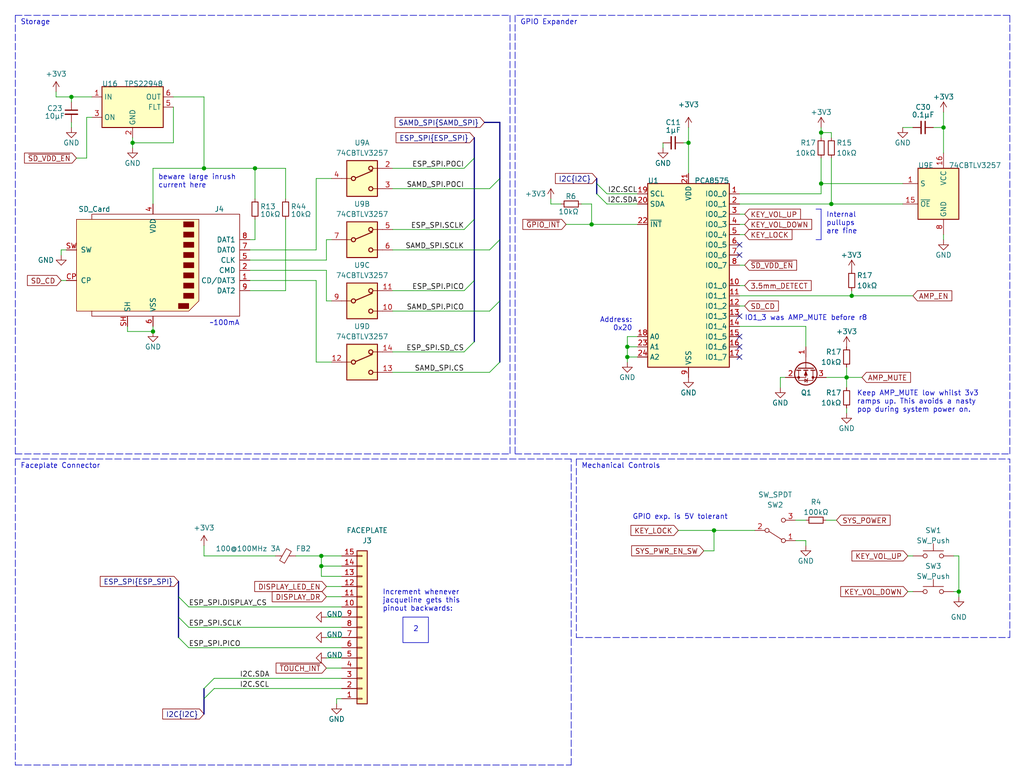
<source format=kicad_sch>
(kicad_sch (version 20230121) (generator eeschema)
  (paper "User" 254.991 194.996)
  (title_block (title "TANGARA") (date "2023-12-21") (rev "4") (company "made by jacqueline") (comment 1 "SPDX-License-Identifier: CERN-OHL-S-2.0"))
  (lib_symbols
    (symbol "74xx:74CBTLV3257"
      (property "Reference" "U" (at 17.78 1.27 0))
      (property "Value" "74CBTLV3257" (at 15.24 -1.27 0))
      (symbol "74CBTLV3257_1_1"
        (rectangle (start -3.81 4.445) (end 3.81 -4.445) (stroke (width 0.254)) (fill (type background)))
        (circle (center -2.159 0) (radius 0.508) (stroke (width 0.254)))
        (polyline (pts (xy -5.08 0) (xy -2.794 0)))
        (polyline (pts (xy -1.651 0.127) (xy 2.54 1.905)) (stroke (width 0.254)))
        (polyline (pts (xy 5.08 -2.54) (xy 2.794 -2.54)))
        (polyline (pts (xy 5.08 2.54) (xy 2.794 2.54)))
        (circle (center 2.159 -2.54) (radius 0.508) (stroke (width 0.254)))
        (circle (center 2.159 2.54) (radius 0.508) (stroke (width 0.254)))
        (pin passive line (at 7.62 2.54 180) (length 2.54) (name "~") (number "2"))
        (pin passive line (at 7.62 -2.54 180) (length 2.54) (name "~") (number "3"))
        (pin passive line (at -7.62 0 0) (length 2.54) (name "~") (number "4"))
      )
      (symbol "74CBTLV3257_2_1"
        (rectangle (start -3.81 4.445) (end 3.81 -4.445) (stroke (width 0.254)) (fill (type background)))
        (circle (center -2.159 0) (radius 0.508) (stroke (width 0.254)))
        (polyline (pts (xy -5.08 0) (xy -2.794 0)))
        (polyline (pts (xy -1.651 0.127) (xy 2.54 1.905)) (stroke (width 0.254)))
        (polyline (pts (xy 5.08 -2.54) (xy 2.794 -2.54)))
        (polyline (pts (xy 5.08 2.54) (xy 2.794 2.54)))
        (circle (center 2.159 -2.54) (radius 0.508) (stroke (width 0.254)))
        (circle (center 2.159 2.54) (radius 0.508) (stroke (width 0.254)))
        (pin passive line (at 7.62 2.54 180) (length 2.54) (name "~") (number "5"))
        (pin passive line (at 7.62 -2.54 180) (length 2.54) (name "~") (number "6"))
        (pin passive line (at -7.62 0 0) (length 2.54) (name "~") (number "7"))
      )
      (symbol "74CBTLV3257_3_1"
        (rectangle (start -3.81 4.445) (end 3.81 -4.445) (stroke (width 0.254)) (fill (type background)))
        (circle (center -2.159 0) (radius 0.508) (stroke (width 0.254)))
        (polyline (pts (xy -5.08 0) (xy -2.794 0)))
        (polyline (pts (xy -1.651 0.127) (xy 2.54 1.905)) (stroke (width 0.254)))
        (polyline (pts (xy 5.08 -2.54) (xy 2.794 -2.54)))
        (polyline (pts (xy 5.08 2.54) (xy 2.794 2.54)))
        (circle (center 2.159 -2.54) (radius 0.508) (stroke (width 0.254)))
        (circle (center 2.159 2.54) (radius 0.508) (stroke (width 0.254)))
        (pin passive line (at 7.62 -2.54 180) (length 2.54) (name "~") (number "10"))
        (pin passive line (at 7.62 2.54 180) (length 2.54) (name "~") (number "11"))
        (pin passive line (at -7.62 0 0) (length 2.54) (name "~") (number "9"))
      )
      (symbol "74CBTLV3257_4_1"
        (rectangle (start -3.81 4.445) (end 3.81 -4.445) (stroke (width 0.254)) (fill (type background)))
        (circle (center -2.159 0) (radius 0.508) (stroke (width 0.254)))
        (polyline (pts (xy -5.08 0) (xy -2.794 0)))
        (polyline (pts (xy -1.651 0.127) (xy 2.54 1.905)) (stroke (width 0.254)))
        (polyline (pts (xy 5.08 -2.54) (xy 2.794 -2.54)))
        (polyline (pts (xy 5.08 2.54) (xy 2.794 2.54)))
        (circle (center 2.159 -2.54) (radius 0.508) (stroke (width 0.254)))
        (circle (center 2.159 2.54) (radius 0.508) (stroke (width 0.254)))
        (pin passive line (at -7.62 0 0) (length 2.54) (name "~") (number "12"))
        (pin passive line (at 7.62 -2.54 180) (length 2.54) (name "~") (number "13"))
        (pin passive line (at 7.62 2.54 180) (length 2.54) (name "~") (number "14"))
      )
      (symbol "74CBTLV3257_5_1"
        (rectangle (start 3.81 6.35) (end -6.35 -6.35) (stroke (width 0.254)) (fill (type background)))
        (pin input line (at -10.16 2.54 0) (length 3.81) (name "S") (number "1"))
        (pin input line (at -10.16 -2.54 0) (length 3.81) (name "~{OE}") (number "15"))
        (pin power_in line (at 0 10.16 270) (length 3.81) (name "VCC") (number "16"))
        (pin power_in line (at 0 -10.16 90) (length 3.81) (name "GND") (number "8"))
      )
    )
    (symbol "Connector_Generic:Conn_01x15" (pin_names (offset 1.016) hide)
      (property "Reference" "J" (at 0 20.32 0))
      (property "Value" "Conn_01x15" (at 0 -20.32 0))
      (symbol "Conn_01x15_1_1"
        (rectangle (start -1.27 -17.653) (end 0 -17.907) (stroke (width 0.1524)))
        (rectangle (start -1.27 -15.113) (end 0 -15.367) (stroke (width 0.1524)))
        (rectangle (start -1.27 -12.573) (end 0 -12.827) (stroke (width 0.1524)))
        (rectangle (start -1.27 -10.033) (end 0 -10.287) (stroke (width 0.1524)))
        (rectangle (start -1.27 -7.493) (end 0 -7.747) (stroke (width 0.1524)))
        (rectangle (start -1.27 -4.953) (end 0 -5.207) (stroke (width 0.1524)))
        (rectangle (start -1.27 -2.413) (end 0 -2.667) (stroke (width 0.1524)))
        (rectangle (start -1.27 0.127) (end 0 -0.127) (stroke (width 0.1524)))
        (rectangle (start -1.27 2.667) (end 0 2.413) (stroke (width 0.1524)))
        (rectangle (start -1.27 5.207) (end 0 4.953) (stroke (width 0.1524)))
        (rectangle (start -1.27 7.747) (end 0 7.493) (stroke (width 0.1524)))
        (rectangle (start -1.27 10.287) (end 0 10.033) (stroke (width 0.1524)))
        (rectangle (start -1.27 12.827) (end 0 12.573) (stroke (width 0.1524)))
        (rectangle (start -1.27 15.367) (end 0 15.113) (stroke (width 0.1524)))
        (rectangle (start -1.27 17.907) (end 0 17.653) (stroke (width 0.1524)))
        (rectangle (start -1.27 19.05) (end 1.27 -19.05) (stroke (width 0.254)) (fill (type background)))
        (pin passive line (at -5.08 17.78 0) (length 3.81) (name "Pin_1") (number "1"))
        (pin passive line (at -5.08 -5.08 0) (length 3.81) (name "Pin_10") (number "10"))
        (pin passive line (at -5.08 -7.62 0) (length 3.81) (name "Pin_11") (number "11"))
        (pin passive line (at -5.08 -10.16 0) (length 3.81) (name "Pin_12") (number "12"))
        (pin passive line (at -5.08 -12.7 0) (length 3.81) (name "Pin_13") (number "13"))
        (pin passive line (at -5.08 -15.24 0) (length 3.81) (name "Pin_14") (number "14"))
        (pin passive line (at -5.08 -17.78 0) (length 3.81) (name "Pin_15") (number "15"))
        (pin passive line (at -5.08 15.24 0) (length 3.81) (name "Pin_2") (number "2"))
        (pin passive line (at -5.08 12.7 0) (length 3.81) (name "Pin_3") (number "3"))
        (pin passive line (at -5.08 10.16 0) (length 3.81) (name "Pin_4") (number "4"))
        (pin passive line (at -5.08 7.62 0) (length 3.81) (name "Pin_5") (number "5"))
        (pin passive line (at -5.08 5.08 0) (length 3.81) (name "Pin_6") (number "6"))
        (pin passive line (at -5.08 2.54 0) (length 3.81) (name "Pin_7") (number "7"))
        (pin passive line (at -5.08 0 0) (length 3.81) (name "Pin_8") (number "8"))
        (pin passive line (at -5.08 -2.54 0) (length 3.81) (name "Pin_9") (number "9"))
      )
    )
    (symbol "Device:C_Small" (pin_numbers hide) (pin_names (offset 0.254) hide)
      (property "Reference" "C" (at 0.254 1.778 0))
      (property "Value" "C_Small" (at 0.254 -2.032 0))
      (symbol "C_Small_0_1"
        (polyline (pts (xy -1.524 -0.508) (xy 1.524 -0.508)) (stroke (width 0.3302)))
        (polyline (pts (xy -1.524 0.508) (xy 1.524 0.508)) (stroke (width 0.3048)))
      )
      (symbol "C_Small_1_1"
        (pin passive line (at 0 2.54 270) (length 2.032) (name "~") (number "1"))
        (pin passive line (at 0 -2.54 90) (length 2.032) (name "~") (number "2"))
      )
    )
    (symbol "Device:Ferrite_Bead_Small" (pin_numbers hide) (pin_names (offset 0))
      (property "Reference" "FB" (at 1.905 1.27 0))
      (property "Value" "Device_Ferrite_Bead_Small" (at 1.905 -1.27 0))
      (symbol "Ferrite_Bead_Small_0_1"
        (polyline (pts (xy 0 -1.27) (xy 0 -0.7874)))
        (polyline (pts (xy 0 0.889) (xy 0 1.2954)))
        (polyline (pts (xy -1.8288 0.2794) (xy -1.1176 1.4986) (xy 1.8288 -0.2032) (xy 1.1176 -1.4224) (xy -1.8288 0.2794)))
      )
      (symbol "Ferrite_Bead_Small_1_1"
        (pin passive line (at 0 2.54 270) (length 1.27) (name "~") (number "1"))
        (pin passive line (at 0 -2.54 90) (length 1.27) (name "~") (number "2"))
      )
    )
    (symbol "Device:Q_NMOS_GSD" (pin_names (offset 0) hide)
      (property "Reference" "Q" (at 5.08 1.27 0))
      (property "Value" "Q_NMOS_GSD" (at 5.08 -1.27 0))
      (symbol "Q_NMOS_GSD_0_1"
        (polyline (pts (xy 0.254 0) (xy -2.54 0)))
        (polyline (pts (xy 0.254 1.905) (xy 0.254 -1.905)) (stroke (width 0.254)))
        (polyline (pts (xy 0.762 -1.27) (xy 0.762 -2.286)) (stroke (width 0.254)))
        (polyline (pts (xy 0.762 0.508) (xy 0.762 -0.508)) (stroke (width 0.254)))
        (polyline (pts (xy 0.762 2.286) (xy 0.762 1.27)) (stroke (width 0.254)))
        (polyline (pts (xy 2.54 2.54) (xy 2.54 1.778)))
        (polyline (pts (xy 2.54 -2.54) (xy 2.54 0) (xy 0.762 0)))
        (polyline (pts (xy 0.762 -1.778) (xy 3.302 -1.778) (xy 3.302 1.778) (xy 0.762 1.778)))
        (polyline (pts (xy 1.016 0) (xy 2.032 0.381) (xy 2.032 -0.381) (xy 1.016 0)) (fill (type outline)))
        (polyline (pts (xy 2.794 0.508) (xy 2.921 0.381) (xy 3.683 0.381) (xy 3.81 0.254)))
        (polyline (pts (xy 3.302 0.381) (xy 2.921 -0.254) (xy 3.683 -0.254) (xy 3.302 0.381)))
        (circle (center 1.651 0) (radius 2.794) (stroke (width 0.254)))
        (circle (center 2.54 -1.778) (radius 0.254) (fill (type outline)))
        (circle (center 2.54 1.778) (radius 0.254) (fill (type outline)))
      )
      (symbol "Q_NMOS_GSD_1_1"
        (pin input line (at -5.08 0 0) (length 2.54) (name "G") (number "1"))
        (pin passive line (at 2.54 -5.08 90) (length 2.54) (name "S") (number "2"))
        (pin passive line (at 2.54 5.08 270) (length 2.54) (name "D") (number "3"))
      )
    )
    (symbol "Device:R_Small" (pin_numbers hide) (pin_names (offset 0.254) hide)
      (property "Reference" "R" (at 0.762 0.508 0))
      (property "Value" "R_Small" (at 0.762 -1.016 0))
      (symbol "R_Small_0_1"
        (rectangle (start -0.762 1.778) (end 0.762 -1.778) (stroke (width 0.2032)))
      )
      (symbol "R_Small_1_1"
        (pin passive line (at 0 2.54 270) (length 0.762) (name "~") (number "1"))
        (pin passive line (at 0 -2.54 90) (length 0.762) (name "~") (number "2"))
      )
    )
    (symbol "Switch:SW_Push" (pin_numbers hide) (pin_names (offset 1.016) hide)
      (property "Reference" "SW" (at 1.27 2.54 0))
      (property "Value" "SW_Push" (at 0 -1.524 0))
      (symbol "SW_Push_0_1"
        (circle (center -2.032 0) (radius 0.508))
        (polyline (pts (xy 0 1.27) (xy 0 3.048)))
        (polyline (pts (xy 2.54 1.27) (xy -2.54 1.27)))
        (circle (center 2.032 0) (radius 0.508))
        (pin passive line (at -5.08 0 0) (length 2.54) (name "1") (number "1"))
        (pin passive line (at 5.08 0 180) (length 2.54) (name "2") (number "2"))
      )
    )
    (symbol "Switch:SW_SPDT" (pin_names (offset 0) hide)
      (property "Reference" "SW" (at 0 4.318 0))
      (property "Value" "SW_SPDT" (at 0 -5.08 0))
      (symbol "SW_SPDT_0_0"
        (circle (center -2.032 0) (radius 0.508))
        (circle (center 2.032 -2.54) (radius 0.508))
      )
      (symbol "SW_SPDT_0_1"
        (polyline (pts (xy -1.524 0.254) (xy 1.651 2.286)))
        (circle (center 2.032 2.54) (radius 0.508))
      )
      (symbol "SW_SPDT_1_1"
        (pin passive line (at 5.08 2.54 180) (length 2.54) (name "A") (number "1"))
        (pin passive line (at -5.08 0 0) (length 2.54) (name "B") (number "2"))
        (pin passive line (at 5.08 -2.54 180) (length 2.54) (name "C") (number "3"))
      )
    )
    (symbol "power:+3V3" (power) (pin_names (offset 0))
      (property "Value" "+3V3" (at 0 3.556 0))
      (symbol "+3V3_0_1"
        (polyline (pts (xy -0.762 1.27) (xy 0 2.54)))
        (polyline (pts (xy 0 0) (xy 0 2.54)))
        (polyline (pts (xy 0 2.54) (xy 0.762 1.27)))
      )
      (symbol "+3V3_1_1"
        (pin power_in line (at 0 0 90) (length 0) hide (name "+3V3") (number "1"))
      )
    )
    (symbol "power:GND" (power) (pin_names (offset 0))
      (property "Value" "GND" (at 0 -3.81 0))
      (symbol "GND_0_1"
        (polyline (pts (xy 0 0) (xy 0 -1.27) (xy 1.27 -1.27) (xy 0 -2.54) (xy -1.27 -1.27) (xy 0 -1.27)))
      )
      (symbol "GND_1_1"
        (pin power_in line (at 0 0 270) (length 0) hide (name "GND") (number "1"))
      )
    )
    (symbol "symbols:PCA8575BS"
      (property "Reference" "U" (at -8.89 24.13 0))
      (property "Value" "PCA8575BS" (at 6.35 24.13 0))
      (symbol "PCA8575BS_0_1"
        (rectangle (start -10.16 22.86) (end 10.16 -22.86) (stroke (width 0.254)) (fill (type background)))
      )
      (symbol "PCA8575BS_1_0"
        (pin power_in line (at 0 -25.4 90) (length 2.54) hide (name "EP") (number "25"))
      )
      (symbol "PCA8575BS_1_1"
        (pin bidirectional line (at 12.7 20.32 180) (length 2.54) (name "IO0_0") (number "1"))
        (pin bidirectional line (at 12.7 -2.54 180) (length 2.54) (name "IO1_0") (number "10"))
        (pin bidirectional line (at 12.7 -5.08 180) (length 2.54) (name "IO1_1") (number "11"))
        (pin bidirectional line (at 12.7 -7.62 180) (length 2.54) (name "IO1_2") (number "12"))
        (pin bidirectional line (at 12.7 -10.16 180) (length 2.54) (name "IO1_3") (number "13"))
        (pin bidirectional line (at 12.7 -12.7 180) (length 2.54) (name "IO1_4") (number "14"))
        (pin bidirectional line (at 12.7 -15.24 180) (length 2.54) (name "IO1_5") (number "15"))
        (pin bidirectional line (at 12.7 -17.78 180) (length 2.54) (name "IO1_6") (number "16"))
        (pin bidirectional line (at 12.7 -20.32 180) (length 2.54) (name "IO1_7") (number "17"))
        (pin input line (at -12.7 -15.24 0) (length 2.54) (name "A0") (number "18"))
        (pin input line (at -12.7 20.32 0) (length 2.54) (name "SCL") (number "19"))
        (pin bidirectional line (at 12.7 17.78 180) (length 2.54) (name "IO0_1") (number "2"))
        (pin bidirectional line (at -12.7 17.78 0) (length 2.54) (name "SDA") (number "20"))
        (pin power_in line (at 0 25.4 270) (length 2.54) (name "VDD") (number "21"))
        (pin open_collector line (at -12.7 12.7 0) (length 2.54) (name "~{INT}") (number "22"))
        (pin input line (at -12.7 -17.78 0) (length 2.54) (name "A1") (number "23"))
        (pin input line (at -12.7 -20.32 0) (length 2.54) (name "A2") (number "24"))
        (pin bidirectional line (at 12.7 15.24 180) (length 2.54) (name "IO0_2") (number "3"))
        (pin bidirectional line (at 12.7 12.7 180) (length 2.54) (name "IO0_3") (number "4"))
        (pin bidirectional line (at 12.7 10.16 180) (length 2.54) (name "IO0_4") (number "5"))
        (pin bidirectional line (at 12.7 7.62 180) (length 2.54) (name "IO0_5") (number "6"))
        (pin bidirectional line (at 12.7 5.08 180) (length 2.54) (name "IO0_6") (number "7"))
        (pin bidirectional line (at 12.7 2.54 180) (length 2.54) (name "IO0_7") (number "8"))
        (pin power_in line (at 0 -25.4 90) (length 2.54) (name "VSS") (number "9"))
      )
    )
    (symbol "symbols:SD_Card" (pin_names (offset 1.016))
      (property "Reference" "J" (at -16.51 13.97 0))
      (property "Value" "SD_Card" (at 15.24 -13.97 0))
      (symbol "SD_Card_0_1"
        (rectangle (start -8.89 -9.525) (end -6.35 -10.795) (fill (type outline)))
        (rectangle (start -8.89 -6.985) (end -6.35 -8.255) (fill (type outline)))
        (rectangle (start -8.89 -4.445) (end -6.35 -5.715) (fill (type outline)))
        (rectangle (start -8.89 -1.905) (end -6.35 -3.175) (fill (type outline)))
        (rectangle (start -8.89 0.635) (end -6.35 -0.635) (fill (type outline)))
        (rectangle (start -8.89 3.175) (end -6.35 1.905) (fill (type outline)))
        (rectangle (start -8.89 5.715) (end -6.35 4.445) (fill (type outline)))
        (rectangle (start -8.89 8.255) (end -6.35 6.985) (fill (type outline)))
        (rectangle (start -7.62 10.795) (end -5.08 9.525) (fill (type outline)))
        (polyline (pts (xy -10.16 8.89) (xy -7.62 11.43) (xy 20.32 11.43) (xy 20.32 -11.43) (xy -10.16 -11.43) (xy -10.16 8.89)) (fill (type background)))
        (polyline (pts (xy 16.51 11.43) (xy 16.51 12.7) (xy -20.32 12.7) (xy -20.32 -12.7) (xy 16.51 -12.7) (xy 16.51 -11.43)))
      )
      (symbol "SD_Card_1_1"
        (pin input line (at -22.86 3.81 0) (length 2.54) (name "CD/DAT3") (number "1"))
        (pin input line (at -22.86 1.27 0) (length 2.54) (name "CMD") (number "2"))
        (pin power_in line (at 1.27 15.24 270) (length 2.54) hide (name "VSS") (number "3"))
        (pin power_in line (at 1.27 -15.24 90) (length 2.54) (name "VDD") (number "4"))
        (pin input line (at -22.86 -1.27 0) (length 2.54) (name "CLK") (number "5"))
        (pin power_in line (at 1.27 15.24 270) (length 2.54) (name "VSS") (number "6"))
        (pin input line (at -22.86 -3.81 0) (length 2.54) (name "DAT0") (number "7"))
        (pin input line (at -22.86 -6.35 0) (length 2.54) (name "DAT1") (number "8"))
        (pin input line (at -22.86 6.35 0) (length 2.54) (name "DAT2") (number "9"))
        (pin input line (at 22.86 3.81 180) (length 2.54) (name "CP") (number "CP"))
        (pin input line (at 7.62 15.24 270) (length 2.54) (name "SH") (number "SH"))
        (pin input line (at 22.86 -3.81 180) (length 2.54) (name "SW") (number "SW"))
      )
    )
    (symbol "symbols:TPS22917DBV"
      (property "Reference" "U" (at -6.35 6.35 0))
      (property "Value" "TPS22948" (at 2.54 6.35 0))
      (symbol "TPS22917DBV_0_1"
        (rectangle (start -7.62 5.08) (end 7.62 -5.08) (stroke (width 0.254)) (fill (type background)))
      )
      (symbol "TPS22917DBV_1_1"
        (pin power_in line (at -10.16 2.54 0) (length 2.54) (name "IN") (number "1"))
        (pin power_in line (at 0 -7.62 90) (length 2.54) (name "GND") (number "2"))
        (pin input line (at -10.16 -2.54 0) (length 2.54) (name "ON") (number "3"))
        (pin no_connect line (at -7.62 0 0) (length 2.54) hide (name "NC") (number "4"))
        (pin open_collector line (at 10.16 0 180) (length 2.54) (name "FLT") (number "5"))
        (pin power_out line (at 10.16 2.54 180) (length 2.54) (name "OUT") (number "6"))
      )
    )
  )
  (junction (at 156.21 88.9))
  (junction (at 80.01 140.97))
  (junction (at 212.09 73.66))
  (junction (at 33.02 35.56))
  (junction (at 210.82 93.98))
  (junction (at 50.8 41.91))
  (junction (at 38.1 82.55))
  (junction (at 204.47 45.72))
  (junction (at 234.95 31.75))
  (junction (at 207.01 50.8))
  (junction (at 204.47 33.02))
  (junction (at 80.01 138.43))
  (junction (at 238.76 147.32))
  (junction (at 17.78 24.13))
  (junction (at 171.45 35.56))
  (junction (at 156.21 86.36))
  (junction (at 177.8 132.08))
  (junction (at 63.5 41.91))
  (junction (at 147.32 55.88))
  (no_connect (at 184.15 78.74))
  (no_connect (at 184.15 83.82))
  (no_connect (at 184.15 88.9))
  (no_connect (at 184.15 60.96))
  (no_connect (at 184.15 86.36))
  (no_connect (at 184.15 63.5))
  (bus_entry (at 148.59 45.72) (size 2.54 2.54))
  (bus_entry (at 115.57 72.39) (size 2.54 -2.54))
  (bus_entry (at 115.57 87.63) (size 2.54 -2.54))
  (bus_entry (at 115.57 41.91) (size 2.54 -2.54))
  (bus_entry (at 115.57 57.15) (size 2.54 -2.54))
  (bus_entry (at 148.59 48.26) (size 2.54 2.54))
  (bus_entry (at 121.92 46.99) (size 2.54 -2.54))
  (bus_entry (at 121.92 77.47) (size 2.54 -2.54))
  (bus_entry (at 46.99 156.21) (size -2.54 -2.54))
  (bus_entry (at 121.92 62.23) (size 2.54 -2.54))
  (bus_entry (at 46.99 161.29) (size -2.54 -2.54))
  (bus_entry (at 50.8 171.45) (size 2.54 -2.54))
  (bus_entry (at 50.8 173.99) (size 2.54 -2.54))
  (bus_entry (at 121.92 92.71) (size 2.54 -2.54))
  (bus_entry (at 46.99 151.13) (size -2.54 -2.54))
  (wire (pts (xy 156.21 86.36) (xy 156.21 88.9)))
  (wire (pts (xy 156.21 88.9) (xy 156.21 90.17)))
  (bus (pts (xy 44.45 148.59) (xy 44.45 153.67)))
  (wire (pts (xy 238.76 138.43) (xy 238.76 147.32)))
  (wire (pts (xy 46.99 151.13) (xy 85.09 151.13)))
  (polyline (pts (xy 3.81 3.81) (xy 127 3.81)) (stroke (width 0) (type dash)))
  (polyline (pts (xy 143.51 114.3) (xy 143.51 158.75)) (stroke (width 0) (type dash)))
  (wire (pts (xy 73.66 138.43) (xy 80.01 138.43)))
  (wire (pts (xy 175.26 137.16) (xy 177.8 137.16)))
  (wire (pts (xy 204.47 39.37) (xy 204.47 45.72)))
  (bus (pts (xy 120.65 30.48) (xy 124.46 30.48)))
  (polyline (pts (xy 204.47 59.69) (xy 204.47 52.07)))
  (wire (pts (xy 81.28 166.37) (xy 85.09 166.37)))
  (wire (pts (xy 83.82 173.99) (xy 85.09 173.99)))
  (wire (pts (xy 207.01 50.8) (xy 224.79 50.8)))
  (wire (pts (xy 38.1 82.55) (xy 38.1 81.28)))
  (wire (pts (xy 234.95 27.94) (xy 234.95 31.75)))
  (wire (pts (xy 171.45 31.75) (xy 171.45 35.56)))
  (wire (pts (xy 78.74 44.45) (xy 78.74 62.23)))
  (wire (pts (xy 43.18 35.56) (xy 33.02 35.56)))
  (wire (pts (xy 43.18 24.13) (xy 50.8 24.13)))
  (wire (pts (xy 81.28 148.59) (xy 85.09 148.59)))
  (wire (pts (xy 147.32 50.8) (xy 147.32 55.88)))
  (wire (pts (xy 63.5 41.91) (xy 71.12 41.91)))
  (wire (pts (xy 210.82 93.98) (xy 210.82 96.52)))
  (bus (pts (xy 118.11 39.37) (xy 118.11 54.61)))
  (wire (pts (xy 237.49 147.32) (xy 238.76 147.32)))
  (wire (pts (xy 204.47 48.26) (xy 204.47 45.72)))
  (wire (pts (xy 17.78 30.48) (xy 17.78 31.75)))
  (wire (pts (xy 144.78 50.8) (xy 147.32 50.8)))
  (polyline (pts (xy 143.51 114.3) (xy 251.46 114.3)) (stroke (width 0) (type dash)))
  (wire (pts (xy 184.15 55.88) (xy 185.42 55.88)))
  (wire (pts (xy 21.59 29.21) (xy 21.59 39.37)))
  (wire (pts (xy 140.97 55.88) (xy 147.32 55.88)))
  (wire (pts (xy 184.15 50.8) (xy 207.01 50.8)))
  (wire (pts (xy 194.31 93.98) (xy 194.31 96.52)))
  (wire (pts (xy 81.28 67.31) (xy 81.28 74.93)))
  (polyline (pts (xy 128.27 3.81) (xy 128.27 113.03)) (stroke (width 0) (type dash)))
  (wire (pts (xy 83.82 175.26) (xy 83.82 173.99)))
  (bus (pts (xy 44.45 153.67) (xy 44.45 158.75)))
  (wire (pts (xy 151.13 50.8) (xy 158.75 50.8)))
  (wire (pts (xy 17.78 24.13) (xy 17.78 25.4)))
  (wire (pts (xy 78.74 69.85) (xy 78.74 90.17)))
  (wire (pts (xy 212.09 73.66) (xy 227.33 73.66)))
  (wire (pts (xy 31.75 81.28) (xy 31.75 82.55)))
  (wire (pts (xy 97.79 92.71) (xy 121.92 92.71)))
  (wire (pts (xy 137.16 50.8) (xy 139.7 50.8)))
  (wire (pts (xy 62.23 62.23) (xy 78.74 62.23)))
  (wire (pts (xy 205.74 93.98) (xy 210.82 93.98)))
  (wire (pts (xy 15.24 62.23) (xy 15.24 63.5)))
  (polyline (pts (xy 128.27 113.03) (xy 251.46 113.03)) (stroke (width 0) (type dash)))
  (wire (pts (xy 33.02 34.29) (xy 33.02 35.56)))
  (bus (pts (xy 118.11 69.85) (xy 118.11 85.09)))
  (wire (pts (xy 158.75 86.36) (xy 156.21 86.36)))
  (wire (pts (xy 50.8 24.13) (xy 50.8 41.91)))
  (wire (pts (xy 158.75 83.82) (xy 156.21 83.82)))
  (wire (pts (xy 237.49 138.43) (xy 238.76 138.43)))
  (wire (pts (xy 170.18 35.56) (xy 171.45 35.56)))
  (bus (pts (xy 124.46 30.48) (xy 124.46 44.45)))
  (wire (pts (xy 81.28 74.93) (xy 82.55 74.93)))
  (wire (pts (xy 50.8 135.89) (xy 50.8 138.43)))
  (wire (pts (xy 200.66 81.28) (xy 200.66 86.36)))
  (bus (pts (xy 148.59 44.45) (xy 148.59 45.72)))
  (wire (pts (xy 78.74 90.17) (xy 82.55 90.17)))
  (wire (pts (xy 19.05 39.37) (xy 21.59 39.37)))
  (wire (pts (xy 50.8 41.91) (xy 63.5 41.91)))
  (polyline (pts (xy 251.46 158.75) (xy 251.46 114.3)) (stroke (width 0) (type dash)))
  (wire (pts (xy 200.66 81.28) (xy 184.15 81.28)))
  (wire (pts (xy 185.42 66.04) (xy 184.15 66.04)))
  (wire (pts (xy 224.79 31.75) (xy 227.33 31.75)))
  (wire (pts (xy 63.5 41.91) (xy 63.5 49.53)))
  (wire (pts (xy 184.15 53.34) (xy 185.42 53.34)))
  (wire (pts (xy 81.28 64.77) (xy 81.28 59.69)))
  (wire (pts (xy 46.99 161.29) (xy 85.09 161.29)))
  (wire (pts (xy 204.47 45.72) (xy 224.79 45.72)))
  (wire (pts (xy 184.15 48.26) (xy 204.47 48.26)))
  (wire (pts (xy 97.79 87.63) (xy 115.57 87.63)))
  (wire (pts (xy 43.18 26.67) (xy 43.18 35.56)))
  (wire (pts (xy 46.99 156.21) (xy 85.09 156.21)))
  (wire (pts (xy 204.47 33.02) (xy 204.47 34.29)))
  (polyline (pts (xy 3.81 190.5) (xy 142.24 190.5)) (stroke (width 0) (type dash)))
  (wire (pts (xy 80.01 138.43) (xy 85.09 138.43)))
  (wire (pts (xy 147.32 55.88) (xy 158.75 55.88)))
  (wire (pts (xy 97.79 72.39) (xy 115.57 72.39)))
  (wire (pts (xy 97.79 46.99) (xy 121.92 46.99)))
  (wire (pts (xy 195.58 93.98) (xy 194.31 93.98)))
  (wire (pts (xy 53.34 171.45) (xy 85.09 171.45)))
  (bus (pts (xy 148.59 45.72) (xy 148.59 48.26)))
  (wire (pts (xy 81.28 163.83) (xy 85.09 163.83)))
  (wire (pts (xy 165.1 35.56) (xy 165.1 36.83)))
  (wire (pts (xy 210.82 102.87) (xy 210.82 101.6)))
  (wire (pts (xy 137.16 49.53) (xy 137.16 50.8)))
  (wire (pts (xy 71.12 49.53) (xy 71.12 41.91)))
  (wire (pts (xy 185.42 71.12) (xy 184.15 71.12)))
  (wire (pts (xy 81.28 153.67) (xy 85.09 153.67)))
  (wire (pts (xy 200.66 135.89) (xy 200.66 134.62)))
  (polyline (pts (xy 3.81 113.03) (xy 127 113.03)) (stroke (width 0) (type dash)))
  (bus (pts (xy 124.46 59.69) (xy 124.46 74.93)))
  (wire (pts (xy 212.09 72.39) (xy 212.09 73.66)))
  (polyline (pts (xy 142.24 190.5) (xy 142.24 114.3)) (stroke (width 0) (type dash)))
  (wire (pts (xy 80.01 143.51) (xy 80.01 140.97)))
  (wire (pts (xy 234.95 31.75) (xy 234.95 38.1)))
  (wire (pts (xy 168.91 132.08) (xy 177.8 132.08)))
  (polyline (pts (xy 3.81 113.03) (xy 3.81 3.81)) (stroke (width 0) (type dash)))
  (wire (pts (xy 85.09 140.97) (xy 80.01 140.97)))
  (polyline (pts (xy 143.51 158.75) (xy 251.46 158.75)) (stroke (width 0) (type dash)))
  (wire (pts (xy 234.95 59.69) (xy 234.95 58.42)))
  (wire (pts (xy 33.02 36.83) (xy 33.02 35.56)))
  (wire (pts (xy 97.79 77.47) (xy 121.92 77.47)))
  (polyline (pts (xy 3.81 114.3) (xy 3.81 190.5)) (stroke (width 0) (type dash)))
  (bus (pts (xy 118.11 34.29) (xy 118.11 39.37)))
  (wire (pts (xy 53.34 168.91) (xy 85.09 168.91)))
  (wire (pts (xy 38.1 50.8) (xy 38.1 41.91)))
  (wire (pts (xy 13.97 24.13) (xy 17.78 24.13)))
  (wire (pts (xy 97.79 62.23) (xy 121.92 62.23)))
  (polyline (pts (xy 142.24 114.3) (xy 3.81 114.3)) (stroke (width 0) (type dash)))
  (wire (pts (xy 177.8 132.08) (xy 177.8 137.16)))
  (wire (pts (xy 63.5 54.61) (xy 63.5 59.69)))
  (wire (pts (xy 200.66 134.62) (xy 198.12 134.62)))
  (wire (pts (xy 171.45 35.56) (xy 171.45 43.18)))
  (wire (pts (xy 204.47 33.02) (xy 207.01 33.02)))
  (polyline (pts (xy 203.2 59.69) (xy 204.47 59.69)))
  (wire (pts (xy 177.8 132.08) (xy 187.96 132.08)))
  (bus (pts (xy 118.11 54.61) (xy 118.11 69.85)))
  (wire (pts (xy 22.86 29.21) (xy 21.59 29.21)))
  (wire (pts (xy 81.28 146.05) (xy 85.09 146.05)))
  (wire (pts (xy 71.12 54.61) (xy 71.12 72.39)))
  (wire (pts (xy 82.55 44.45) (xy 78.74 44.45)))
  (wire (pts (xy 17.78 24.13) (xy 22.86 24.13)))
  (wire (pts (xy 62.23 59.69) (xy 63.5 59.69)))
  (bus (pts (xy 50.8 177.8) (xy 50.8 173.99)))
  (wire (pts (xy 198.12 129.54) (xy 200.66 129.54)))
  (polyline (pts (xy 251.46 3.81) (xy 128.27 3.81)) (stroke (width 0) (type dash)))
  (wire (pts (xy 16.51 62.23) (xy 15.24 62.23)))
  (wire (pts (xy 62.23 67.31) (xy 81.28 67.31)))
  (polyline (pts (xy 203.2 52.07) (xy 204.47 52.07)))
  (wire (pts (xy 85.09 143.51) (xy 80.01 143.51)))
  (wire (pts (xy 207.01 39.37) (xy 207.01 50.8)))
  (wire (pts (xy 232.41 31.75) (xy 234.95 31.75)))
  (wire (pts (xy 62.23 69.85) (xy 78.74 69.85)))
  (polyline (pts (xy 127 3.81) (xy 127 113.03)) (stroke (width 0) (type dash)))
  (wire (pts (xy 97.79 41.91) (xy 115.57 41.91)))
  (wire (pts (xy 185.42 76.2) (xy 184.15 76.2)))
  (wire (pts (xy 204.47 31.75) (xy 204.47 33.02)))
  (wire (pts (xy 50.8 138.43) (xy 68.58 138.43)))
  (wire (pts (xy 97.79 57.15) (xy 115.57 57.15)))
  (bus (pts (xy 44.45 144.78) (xy 44.45 148.59)))
  (wire (pts (xy 62.23 64.77) (xy 81.28 64.77)))
  (wire (pts (xy 151.13 48.26) (xy 158.75 48.26)))
  (wire (pts (xy 81.28 59.69) (xy 82.55 59.69)))
  (wire (pts (xy 210.82 93.98) (xy 214.63 93.98)))
  (wire (pts (xy 210.82 91.44) (xy 210.82 93.98)))
  (wire (pts (xy 80.01 140.97) (xy 80.01 138.43)))
  (wire (pts (xy 158.75 88.9) (xy 156.21 88.9)))
  (bus (pts (xy 50.8 171.45) (xy 50.8 173.99)))
  (wire (pts (xy 31.75 82.55) (xy 38.1 82.55)))
  (wire (pts (xy 238.76 147.32) (xy 238.76 148.59)))
  (polyline (pts (xy 251.46 113.03) (xy 251.46 3.81)) (stroke (width 0) (type dash)))
  (wire (pts (xy 13.97 22.86) (xy 13.97 24.13)))
  (wire (pts (xy 184.15 73.66) (xy 212.09 73.66)))
  (wire (pts (xy 156.21 83.82) (xy 156.21 86.36)))
  (wire (pts (xy 226.06 138.43) (xy 227.33 138.43)))
  (wire (pts (xy 81.28 158.75) (xy 85.09 158.75)))
  (wire (pts (xy 38.1 41.91) (xy 50.8 41.91)))
  (bus (pts (xy 124.46 44.45) (xy 124.46 59.69)))
  (wire (pts (xy 185.42 58.42) (xy 184.15 58.42)))
  (wire (pts (xy 62.23 72.39) (xy 71.12 72.39)))
  (wire (pts (xy 208.28 129.54) (xy 205.74 129.54)))
  (wire (pts (xy 226.06 147.32) (xy 227.33 147.32)))
  (bus (pts (xy 124.46 74.93) (xy 124.46 90.17)))
  (wire (pts (xy 207.01 33.02) (xy 207.01 34.29)))
  (wire (pts (xy 15.24 69.85) (xy 16.51 69.85)))
  (rectangle (start 100.33 153.67) (end 106.68 160.02))
  (text "GPIO exp. is 5V tolerant" (at 157.48 129.54 0) (effects (font (size 1.27 1.27)) (justify left bottom)))
  (text "GPIO Expander" (at 129.54 6.35 0) (effects (font (size 1.27 1.27)) (justify left bottom)))
  (text "beware large inrush\ncurrent here" (at 39.37 46.99 0) (effects (font (size 1.27 1.27)) (justify left bottom)))
  (text "Keep AMP_MUTE low whilst 3v3\nramps up. This avoids a nasty\npop during system power on." (at 213.36 102.87 0) (effects (font (size 1.27 1.27)) (justify left bottom)))
  (text "Internal\npullups\nare fine" (at 205.74 58.42 0) (effects (font (size 1.27 1.27)) (justify left bottom)))
  (text "~100mA" (at 59.69 81.28 0) (effects (font (size 1.27 1.27)) (justify right bottom)))
  (text "Increment whenever\njacqueline gets this\npinout backwards:" (at 95.25 152.4 0) (effects (font (size 1.27 1.27)) (justify left bottom)))
  (text "Storage" (at 5.08 6.35 0) (effects (font (size 1.27 1.27)) (justify left bottom)))
  (text "Mechanical Controls" (at 144.78 116.84 0) (effects (font (size 1.27 1.27)) (justify left bottom)))
  (text "2" (at 102.87 157.48 0) (effects (font (size 1.27 1.27)) (justify left bottom)))
  (text "Faceplate Connector" (at 5.08 116.84 0) (effects (font (size 1.27 1.27)) (justify left bottom)))
  (text "IO1_3 was AMP_MUTE before r8" (at 185.42 80.01 0) (effects (font (size 1.27 1.27)) (justify left bottom)))
  (text "Address:\n0x20" (at 157.48 82.55 0) (effects (font (size 1.27 1.27)) (justify right bottom)))
  (label "SAMD_SPI.POCI" (at 115.57 46.99 180))
  (label "I2C.SDA" (at 59.69 168.91 0))
  (label "I2C.SCL" (at 158.75 48.26 180))
  (label "SAMD_SPI.PICO" (at 115.57 77.47 180))
  (label "ESP_SPI.PICO" (at 115.57 72.39 180))
  (label "ESP_SPI.SD_CS" (at 115.57 87.63 180))
  (label "ESP_SPI.POCI" (at 115.57 41.91 180))
  (label "ESP_SPI.PICO" (at 46.99 161.29 0))
  (label "SAMD_SPI.SCLK" (at 115.57 62.23 180))
  (label "ESP_SPI.DISPLAY_CS" (at 46.99 151.13 0))
  (label "SAMD_SPI.CS" (at 115.57 92.71 180))
  (label "ESP_SPI.SCLK" (at 46.99 156.21 0))
  (label "I2C.SDA" (at 158.75 50.8 180))
  (label "ESP_SPI.SCLK" (at 115.57 57.15 180))
  (label "I2C.SCL" (at 59.69 171.45 0))
  (global_label "ESP_SPI{ESP_SPI}" (shape input) (at 118.11 34.29 180) (property "Intersheetrefs" "${INTERSHEET_REFS}" (effects hide)))
  (global_label "DISPLAY_LED_EN" (shape input) (at 81.28 146.05 180) (property "Intersheetrefs" "${INTERSHEET_REFS}" (effects hide)))
  (global_label "KEY_VOL_DOWN" (shape input) (at 226.06 147.32 180) (property "Intersheetrefs" "${INTERSHEET_REFS}" (effects hide)))
  (global_label "SYS_POWER" (shape input) (at 208.28 129.54 0) (property "Intersheetrefs" "${INTERSHEET_REFS}" (effects hide)))
  (global_label "SD_CD" (shape input) (at 15.24 69.85 180) (property "Intersheetrefs" "${INTERSHEET_REFS}" (effects hide)))
  (global_label "KEY_LOCK" (shape input) (at 185.42 58.42 0) (property "Intersheetrefs" "${INTERSHEET_REFS}" (effects hide)))
  (global_label "SD_CD" (shape input) (at 185.42 76.2 0) (property "Intersheetrefs" "${INTERSHEET_REFS}" (effects hide)))
  (global_label "I2C{I2C}" (shape input) (at 50.8 177.8 180) (property "Intersheetrefs" "${INTERSHEET_REFS}" (effects hide)))
  (global_label "SAMD_SPI{SAMD_SPI}" (shape input) (at 120.65 30.48 180) (property "Intersheetrefs" "${INTERSHEET_REFS}" (effects hide)))
  (global_label "KEY_VOL_UP" (shape input) (at 185.42 53.34 0) (property "Intersheetrefs" "${INTERSHEET_REFS}" (effects hide)))
  (global_label "~{SD_VDD_EN}" (shape input) (at 19.05 39.37 180) (property "Intersheetrefs" "${INTERSHEET_REFS}" (effects hide)))
  (global_label "3.5mm_DETECT" (shape input) (at 185.42 71.12 0) (property "Intersheetrefs" "${INTERSHEET_REFS}" (effects hide)))
  (global_label "KEY_LOCK" (shape input) (at 168.91 132.08 180) (property "Intersheetrefs" "${INTERSHEET_REFS}" (effects hide)))
  (global_label "AMP_MUTE" (shape input) (at 214.63 93.98 0) (property "Intersheetrefs" "${INTERSHEET_REFS}" (effects hide)))
  (global_label "~{TOUCH_INT}" (shape input) (at 81.28 166.37 180) (property "Intersheetrefs" "${INTERSHEET_REFS}" (effects hide)))
  (global_label "I2C{I2C}" (shape input) (at 148.59 44.45 180) (property "Intersheetrefs" "${INTERSHEET_REFS}" (effects hide)))
  (global_label "~{SD_VDD_EN}" (shape input) (at 185.42 66.04 0) (property "Intersheetrefs" "${INTERSHEET_REFS}" (effects hide)))
  (global_label "ESP_SPI{ESP_SPI}" (shape input) (at 44.45 144.78 180) (property "Intersheetrefs" "${INTERSHEET_REFS}" (effects hide)))
  (global_label "DISPLAY_DR" (shape input) (at 81.28 148.59 180) (property "Intersheetrefs" "${INTERSHEET_REFS}" (effects hide)))
  (global_label "~{GPIO_INT}" (shape input) (at 140.97 55.88 180) (property "Intersheetrefs" "${INTERSHEET_REFS}" (effects hide)))
  (global_label "AMP_EN" (shape input) (at 227.33 73.66 0) (property "Intersheetrefs" "${INTERSHEET_REFS}" (effects hide)))
  (global_label "SYS_PWR_EN_SW" (shape input) (at 175.26 137.16 180) (property "Intersheetrefs" "${INTERSHEET_REFS}" (effects hide)))
  (global_label "KEY_VOL_UP" (shape input) (at 226.06 138.43 180) (property "Intersheetrefs" "${INTERSHEET_REFS}" (effects hide)))
  (global_label "KEY_VOL_DOWN" (shape input) (at 185.42 55.88 0) (property "Intersheetrefs" "${INTERSHEET_REFS}" (effects hide)))
  (symbol (lib_id "Device:R_Small") (at 63.5 52.07 0) (unit 1)
    (property "Reference" "R13" (at 64.77 51.435 0) (effects (justify left)))
    (property "Value" "10kΩ" (at 64.77 53.34 0) (effects (justify left)))
    (property "Footprint" "Resistor_SMD:R_0603_1608Metric" (effects hide))
    (property "MPN" "AC0603JR-0710KL" (effects hide))
  )
  (symbol (lib_id "power:GND") (at 194.31 96.52 0) (unit 1)
    (property "Reference" "#PWR0412" (effects hide))
    (property "Value" "GND" (at 194.31 100.33 0))
  )
  (symbol (lib_id "power:GND") (at 238.76 148.59 0) (unit 1)
    (property "Reference" "#PWR0413" (effects hide))
    (property "Value" "GND" (at 238.76 153.67 0))
  )
  (symbol (lib_id "Device:C_Small") (at 229.87 31.75 270) (unit 1)
    (property "Reference" "C30" (at 229.87 26.67 90))
    (property "Value" "0.1μF" (at 229.87 28.575 90))
    (property "Footprint" "Capacitor_SMD:C_0603_1608Metric" (effects hide))
    (property "MPN" "GCM188R71C104KA37J" (effects hide))
  )
  (symbol (lib_id "Device:Q_NMOS_GSD") (at 200.66 91.44 270) (unit 1)
    (property "Reference" "Q1" (at 199.39 97.79 90) (effects (justify left)))
    (property "Value" "PJC138K" (effects hide))
    (property "Footprint" "Package_TO_SOT_SMD:SOT-323_SC-70" (effects hide))
    (property "MPN" "PJC138K_R1_00001" (effects hide))
    (instances (project "gay-ipod-faceplate" (path "" (reference "Q1") (unit 1))) (project "tangara-mainboard" (path "" (reference "Q3") (unit 1))))
  )
  (symbol (lib_id "symbols:PCA8575BS") (at 171.45 68.58 0) (unit 1)
    (property "Reference" "U1" (at 161.29 45.72 0) (effects (justify left bottom)))
    (property "Value" "PCA8575" (at 181.61 45.72 0) (effects (justify right bottom)))
    (property "Footprint" "Package_DFN_QFN:HVQFN-24-1EP_4x4mm_P0.5mm_EP2.1x2.1mm" (effects hide))
    (property "Datasheet" "https://www.nxp.com/docs/en/data-sheet/PCA9555.pdf" (effects hide))
    (property "MPN" "PCA8575BS,118" (effects hide))
  )
  (symbol (lib_id "Device:R_Small") (at 71.12 52.07 0) (unit 1)
    (property "Reference" "R44" (at 72.39 51.435 0) (effects (justify left)))
    (property "Value" "10kΩ" (at 72.39 53.34 0) (effects (justify left)))
    (property "Footprint" "Resistor_SMD:R_0603_1608Metric" (effects hide))
    (property "MPN" "AC0603JR-0710KL" (effects hide))
  )
  (symbol (lib_id "Switch:SW_SPDT") (at 193.04 132.08 0) (mirror x) (unit 1)
    (property "Reference" "SW2" (at 193.04 125.73 0))
    (property "Value" "SW_SPDT" (at 193.04 123.19 0))
    (property "Footprint" "Button_Switch_SMD:SW_SPDT_CK-JS102011SAQN" (effects hide))
    (property "MPN" "JS102011SAQN" (effects hide))
  )
  (symbol (lib_id "Device:Ferrite_Bead_Small") (at 71.12 138.43 90) (unit 1)
    (property "Reference" "FB2" (at 73.66 135.89 90) (effects (justify right bottom)))
    (property "Value" "100@100MHz 3A" (at 69.85 135.89 90) (effects (justify left bottom)))
    (property "Footprint" "Inductor_SMD:L_0603_1608Metric" (effects hide))
    (property "MPN" "BLM18KG101TN1D" (effects hide))
    (instances (project "tangara-mainboard" (path "" (reference "FB2") (unit 1))) (project "reform2-motherboard" (path "" (reference "FB17") (unit 1))))
  )
  (symbol (lib_id "power:GND") (at 165.1 36.83 0) (unit 1)
    (property "Reference" "#PWR0410" (effects hide))
    (property "Value" "GND" (at 165.1 40.64 0))
  )
  (symbol (lib_id "Device:C_Small") (at 167.64 35.56 270) (unit 1)
    (property "Reference" "C11" (at 167.64 30.48 90))
    (property "Value" "1μF" (at 167.64 32.385 90))
    (property "Footprint" "Capacitor_SMD:C_0805_2012Metric" (effects hide))
    (property "MPN" "GRM216R61C105KA88D" (effects hide))
  )
  (symbol (lib_id "power:GND") (at 33.02 36.83 0) (unit 1)
    (property "Reference" "#PWR0402" (effects hide))
    (property "Value" "GND" (at 33.02 40.64 0))
  )
  (symbol (lib_id "power:GND") (at 17.78 31.75 0) (unit 1)
    (property "Reference" "#PWR0402" (effects hide))
    (property "Value" "GND" (at 17.78 35.56 0))
  )
  (symbol (lib_id "Connector_Generic:Conn_01x15") (at 90.17 156.21 0) (mirror x) (unit 1)
    (property "Reference" "J3" (at 91.44 134.62 0))
    (property "Value" "FACEPLATE" (at 91.44 132.08 0))
    (property "Footprint" "footprints:molex_5052781533" (effects hide))
    (property "MPN" "5052781533" (effects hide))
  )
  (symbol (lib_id "74xx:74CBTLV3257") (at 90.17 90.17 0) (unit 4)
    (property "Reference" "U9" (at 90.17 81.28 0))
    (property "Value" "74CBTLV3257" (at 90.17 83.82 0))
    (property "Footprint" "Package_SO:TSSOP-16_4.4x5mm_P0.65mm" (effects hide))
    (property "Datasheet" "http://www.ti.com/lit/ds/symlink/sn74cbtlv3257.pdf" (effects hide))
    (property "MPN" "74CBTLV3257PW-Q10J" (effects hide))
  )
  (symbol (lib_id "power:+3V3") (at 234.95 27.94 0) (unit 1)
    (property "Reference" "#PWR0416" (effects hide))
    (property "Value" "+3V3" (at 234.95 24.13 0))
  )
  (symbol (lib_id "74xx:74CBTLV3257") (at 90.17 44.45 0) (unit 1)
    (property "Reference" "U9" (at 90.17 35.56 0))
    (property "Value" "74CBTLV3257" (at 90.17 38.1 0))
    (property "Footprint" "Package_SO:TSSOP-16_4.4x5mm_P0.65mm" (effects hide))
    (property "Datasheet" "http://www.ti.com/lit/ds/symlink/sn74cbtlv3257.pdf" (effects hide))
    (property "MPN" "74CBTLV3257PW-Q10J" (effects hide))
  )
  (symbol (lib_id "Device:R_Small") (at 204.47 36.83 0) (unit 1)
    (property "Reference" "R17" (at 203.2 35.56 0) (effects (justify right)))
    (property "Value" "10kΩ" (at 203.2 38.1 0) (effects (justify right)))
    (property "Footprint" "Resistor_SMD:R_0603_1608Metric" (effects hide))
    (property "MPN" "AC0603JR-0710KL" (effects hide))
  )
  (symbol (lib_id "74xx:74CBTLV3257") (at 90.17 74.93 0) (unit 3)
    (property "Reference" "U9" (at 90.17 66.04 0))
    (property "Value" "74CBTLV3257" (at 90.17 68.58 0))
    (property "Footprint" "Package_SO:TSSOP-16_4.4x5mm_P0.65mm" (effects hide))
    (property "Datasheet" "http://www.ti.com/lit/ds/symlink/sn74cbtlv3257.pdf" (effects hide))
    (property "MPN" "74CBTLV3257PW-Q10J" (effects hide))
  )
  (symbol (lib_id "Switch:SW_Push") (at 232.41 138.43 0) (unit 1)
    (property "Reference" "SW1" (at 232.41 132.08 0))
    (property "Value" "SW_Push" (at 232.41 134.62 0))
    (property "Footprint" "footprints:SW_EVQ-P4HB3B" (effects hide))
    (property "MPN" "EVQ-P4HB3B" (effects hide))
  )
  (symbol (lib_id "power:GND") (at 234.95 59.69 0) (unit 1)
    (property "Reference" "#PWR0417" (effects hide))
    (property "Value" "GND" (at 234.95 63.5 0))
  )
  (symbol (lib_id "power:GND") (at 224.79 31.75 0) (unit 1)
    (property "Reference" "#PWR0415" (effects hide))
    (property "Value" "GND" (at 224.79 35.56 0))
  )
  (symbol (lib_id "Device:R_Small") (at 203.2 129.54 90) (unit 1)
    (property "Reference" "R4" (at 203.2 125.73 90) (effects (justify top)))
    (property "Value" "100kΩ" (at 203.2 128.27 90) (effects (justify top)))
    (property "Footprint" "Resistor_SMD:R_0603_1608Metric" (effects hide))
    (property "MPN" "RC0603JR-10100KL" (effects hide))
  )
  (symbol (lib_id "74xx:74CBTLV3257") (at 234.95 48.26 0) (unit 5)
    (property "Reference" "U9" (at 228.6 41.91 0) (effects (justify left bottom)))
    (property "Value" "74CBTLV3257" (at 236.22 41.91 0) (effects (justify left bottom)))
    (property "Footprint" "Package_SO:TSSOP-16_4.4x5mm_P0.65mm" (effects hide))
    (property "Datasheet" "http://www.ti.com/lit/ds/symlink/sn74cbtlv3257.pdf" (effects hide))
    (property "MPN" "74CBTLV3257PW-Q10J" (effects hide))
  )
  (symbol (lib_id "power:+3V3") (at 204.47 31.75 0) (unit 1)
    (property "Reference" "#PWR05" (effects hide))
    (property "Value" "+3V3" (at 204.47 27.94 0))
  )
  (symbol (lib_id "Device:R_Small") (at 210.82 99.06 0) (unit 1)
    (property "Reference" "R17" (at 209.55 97.79 0) (effects (justify right)))
    (property "Value" "10kΩ" (at 209.55 100.33 0) (effects (justify right)))
    (property "Footprint" "Resistor_SMD:R_0603_1608Metric" (effects hide))
    (property "MPN" "AC0603JR-0710KL" (effects hide))
  )
  (symbol (lib_id "symbols:TPS22917DBV") (at 33.02 26.67 0) (unit 1)
    (property "Reference" "U16" (at 25.4 21.59 0) (effects (justify left bottom)))
    (property "Value" "TPS22948" (at 40.64 21.59 0) (effects (justify right bottom)))
    (property "Footprint" "footprints:SOT65P210X110-6N" (effects hide))
    (property "Datasheet" "http://www.ti.com/lit/ds/symlink/tps22917.pdf" (effects hide))
    (property "MPN" "TPS22948DCKR" (effects hide))
  )
  (symbol (lib_id "power:+3V3") (at 50.8 135.89 0) (unit 1)
    (property "Reference" "#PWR0406" (effects hide))
    (property "Value" "+3V3" (at 50.8 131.445 0))
  )
  (symbol (lib_id "power:GND") (at 200.66 135.89 0) (unit 1)
    (property "Reference" "#PWR0409" (effects hide))
    (property "Value" "GND" (at 200.66 139.7 0))
  )
  (symbol (lib_id "Switch:SW_Push") (at 232.41 147.32 0) (unit 1)
    (property "Reference" "SW3" (at 232.41 140.97 0))
    (property "Value" "SW_Push" (at 232.41 143.51 0))
    (property "Footprint" "footprints:SW_EVQ-P4HB3B" (effects hide))
    (property "MPN" "EVQ-P4HB3B" (effects hide))
  )
  (symbol (lib_id "power:+3V3") (at 13.97 22.86 0) (unit 1)
    (property "Reference" "#PWR0403" (effects hide))
    (property "Value" "+3V3" (at 13.97 18.415 0))
  )
  (symbol (lib_id "power:GND") (at 15.24 63.5 0) (unit 1)
    (property "Reference" "#PWR0404" (effects hide))
    (property "Value" "GND" (at 11.43 64.77 0))
  )
  (symbol (lib_id "power:GND") (at 83.82 175.26 0) (unit 1)
    (property "Reference" "#PWR0407" (effects hide))
    (property "Value" "GND" (at 83.82 179.07 0))
  )
  (symbol (lib_id "Device:R_Small") (at 142.24 50.8 90) (unit 1)
    (property "Reference" "R6" (at 143.51 48.895 90) (effects (justify left)))
    (property "Value" "10kΩ" (at 144.145 52.705 90) (effects (justify left)))
    (property "Footprint" "Resistor_SMD:R_0603_1608Metric" (effects hide))
    (property "MPN" "AC0603JR-0710KL" (effects hide))
  )
  (symbol (lib_id "power:GND") (at 171.45 93.98 0) (unit 1)
    (property "Reference" "#PWR0412" (effects hide))
    (property "Value" "GND" (at 171.45 97.79 0))
  )
  (symbol (lib_id "symbols:SD_Card") (at 39.37 66.04 180) (unit 1)
    (property "Reference" "J4" (at 54.61 52.07 0))
    (property "Value" "SD_Card" (at 23.495 52.07 0))
    (property "Footprint" "Connector_Card:SD_Hirose_DM1AA_SF_PEJ82" (effects hide))
    (property "Datasheet" "http://portal.fciconnect.com/Comergent//fci/drawing/10067847.pdf" (effects hide))
    (property "MPN" "DM1AA-SF-PEJ(82) " (effects hide))
  )
  (symbol (lib_id "power:GND") (at 81.28 163.83 270) (unit 1)
    (property "Reference" "#PWR0407" (effects hide))
    (property "Value" "GND" (at 81.28 163.83 90) (effects (justify left bottom)))
  )
  (symbol (lib_id "power:+3V3") (at 210.82 86.36 0) (unit 1)
    (property "Reference" "#PWR05" (effects hide))
    (property "Value" "+3V3" (at 210.82 82.55 0))
  )
  (symbol (lib_id "74xx:74CBTLV3257") (at 90.17 59.69 0) (unit 2)
    (property "Reference" "U9" (at 90.17 50.8 0))
    (property "Value" "74CBTLV3257" (at 90.17 53.34 0))
    (property "Footprint" "Package_SO:TSSOP-16_4.4x5mm_P0.65mm" (effects hide))
    (property "Datasheet" "http://www.ti.com/lit/ds/symlink/sn74cbtlv3257.pdf" (effects hide))
    (property "MPN" "74CBTLV3257PW-Q10J" (effects hide))
  )
  (symbol (lib_id "power:GND") (at 81.28 153.67 270) (unit 1)
    (property "Reference" "#PWR0407" (effects hide))
    (property "Value" "GND" (at 81.28 153.67 90) (effects (justify left bottom)))
  )
  (symbol (lib_id "Device:R_Small") (at 212.09 69.85 180) (unit 1)
    (property "Reference" "R17" (at 213.36 68.58 0) (effects (justify right)))
    (property "Value" "10kΩ" (at 213.36 71.12 0) (effects (justify right)))
    (property "Footprint" "Resistor_SMD:R_0603_1608Metric" (effects hide))
    (property "MPN" "AC0603JR-0710KL" (effects hide))
  )
  (symbol (lib_id "power:+3V3") (at 171.45 31.75 0) (unit 1)
    (property "Reference" "#PWR0411" (effects hide))
    (property "Value" "+3V3" (at 171.45 26.035 0))
  )
  (symbol (lib_id "power:GND") (at 81.28 158.75 270) (unit 1)
    (property "Reference" "#PWR0407" (effects hide))
    (property "Value" "GND" (at 81.28 158.75 90) (effects (justify left bottom)))
  )
  (symbol (lib_id "Device:R_Small") (at 207.01 36.83 0) (mirror y) (unit 1)
    (property "Reference" "R15" (at 208.28 35.56 0) (effects (justify right)))
    (property "Value" "10kΩ" (at 208.28 38.1 0) (effects (justify right)))
    (property "Footprint" "Resistor_SMD:R_0603_1608Metric" (effects hide))
    (property "MPN" "AC0603JR-0710KL" (effects hide))
  )
  (symbol (lib_id "power:+3V3") (at 212.09 67.31 0) (unit 1)
    (property "Reference" "#PWR05" (effects hide))
    (property "Value" "+3V3" (at 214.63 63.5 0) (effects (justify right)))
  )
  (symbol (lib_id "power:GND") (at 38.1 82.55 0) (unit 1)
    (property "Reference" "#PWR0404" (effects hide))
    (property "Value" "GND" (at 38.1 86.36 0))
  )
  (symbol (lib_id "power:+3V3") (at 137.16 49.53 0) (unit 1)
    (property "Reference" "#PWR0408" (effects hide))
    (property "Value" "+3V3" (at 133.35 48.26 0))
  )
  (symbol (lib_id "Device:R_Small") (at 210.82 88.9 0) (unit 1)
    (property "Reference" "R17" (at 209.55 87.63 0) (effects (justify right)))
    (property "Value" "10kΩ" (at 209.55 90.17 0) (effects (justify right)))
    (property "Footprint" "Resistor_SMD:R_0603_1608Metric" (effects hide))
    (property "MPN" "AC0603JR-0710KL" (effects hide))
  )
  (symbol (lib_id "power:GND") (at 156.21 90.17 0) (unit 1)
    (property "Reference" "#PWR0409" (effects hide))
    (property "Value" "GND" (at 156.21 93.98 0))
  )
  (symbol (lib_id "power:GND") (at 210.82 102.87 0) (unit 1)
    (property "Reference" "#PWR0412" (effects hide))
    (property "Value" "GND" (at 210.82 106.68 0))
  )
  (symbol (lib_id "Device:C_Small") (at 17.78 27.94 0) (unit 1)
    (property "Reference" "C23" (at 13.6525 26.9875 0))
    (property "Value" "10μF" (at 13.6525 28.8925 0))
    (property "Footprint" "Capacitor_SMD:C_0805_2012Metric" (effects hide))
    (property "MPN" "GRM21BR61C106KE15K" (effects hide))
  )
)
</source>
